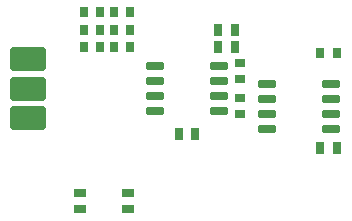
<source format=gbp>
G04*
G04 #@! TF.GenerationSoftware,Altium Limited,Altium Designer,23.3.1 (30)*
G04*
G04 Layer_Color=128*
%FSLAX43Y43*%
%MOMM*%
G71*
G04*
G04 #@! TF.SameCoordinates,9844E55F-96F2-4D63-9416-53F8DD85CCA4*
G04*
G04*
G04 #@! TF.FilePolarity,Positive*
G04*
G01*
G75*
G04:AMPARAMS|DCode=15|XSize=0.7mm|YSize=0.9mm|CornerRadius=0.07mm|HoleSize=0mm|Usage=FLASHONLY|Rotation=0.000|XOffset=0mm|YOffset=0mm|HoleType=Round|Shape=RoundedRectangle|*
%AMROUNDEDRECTD15*
21,1,0.700,0.760,0,0,0.0*
21,1,0.560,0.900,0,0,0.0*
1,1,0.140,0.280,-0.380*
1,1,0.140,-0.280,-0.380*
1,1,0.140,-0.280,0.380*
1,1,0.140,0.280,0.380*
%
%ADD15ROUNDEDRECTD15*%
G04:AMPARAMS|DCode=21|XSize=2mm|YSize=3mm|CornerRadius=0.2mm|HoleSize=0mm|Usage=FLASHONLY|Rotation=90.000|XOffset=0mm|YOffset=0mm|HoleType=Round|Shape=RoundedRectangle|*
%AMROUNDEDRECTD21*
21,1,2.000,2.600,0,0,90.0*
21,1,1.600,3.000,0,0,90.0*
1,1,0.400,1.300,0.800*
1,1,0.400,1.300,-0.800*
1,1,0.400,-1.300,-0.800*
1,1,0.400,-1.300,0.800*
%
%ADD21ROUNDEDRECTD21*%
G04:AMPARAMS|DCode=23|XSize=0.75mm|YSize=0.96mm|CornerRadius=0.075mm|HoleSize=0mm|Usage=FLASHONLY|Rotation=180.000|XOffset=0mm|YOffset=0mm|HoleType=Round|Shape=RoundedRectangle|*
%AMROUNDEDRECTD23*
21,1,0.750,0.810,0,0,180.0*
21,1,0.600,0.960,0,0,180.0*
1,1,0.150,-0.300,0.405*
1,1,0.150,0.300,0.405*
1,1,0.150,0.300,-0.405*
1,1,0.150,-0.300,-0.405*
%
%ADD23ROUNDEDRECTD23*%
G04:AMPARAMS|DCode=55|XSize=0.6mm|YSize=1.5mm|CornerRadius=0.06mm|HoleSize=0mm|Usage=FLASHONLY|Rotation=270.000|XOffset=0mm|YOffset=0mm|HoleType=Round|Shape=RoundedRectangle|*
%AMROUNDEDRECTD55*
21,1,0.600,1.380,0,0,270.0*
21,1,0.480,1.500,0,0,270.0*
1,1,0.120,-0.690,-0.240*
1,1,0.120,-0.690,0.240*
1,1,0.120,0.690,0.240*
1,1,0.120,0.690,-0.240*
%
%ADD55ROUNDEDRECTD55*%
G04:AMPARAMS|DCode=56|XSize=0.7mm|YSize=0.9mm|CornerRadius=0.07mm|HoleSize=0mm|Usage=FLASHONLY|Rotation=90.000|XOffset=0mm|YOffset=0mm|HoleType=Round|Shape=RoundedRectangle|*
%AMROUNDEDRECTD56*
21,1,0.700,0.760,0,0,90.0*
21,1,0.560,0.900,0,0,90.0*
1,1,0.140,0.380,0.280*
1,1,0.140,0.380,-0.280*
1,1,0.140,-0.380,-0.280*
1,1,0.140,-0.380,0.280*
%
%ADD56ROUNDEDRECTD56*%
G04:AMPARAMS|DCode=57|XSize=0.75mm|YSize=0.96mm|CornerRadius=0.075mm|HoleSize=0mm|Usage=FLASHONLY|Rotation=90.000|XOffset=0mm|YOffset=0mm|HoleType=Round|Shape=RoundedRectangle|*
%AMROUNDEDRECTD57*
21,1,0.750,0.810,0,0,90.0*
21,1,0.600,0.960,0,0,90.0*
1,1,0.150,0.405,0.300*
1,1,0.150,0.405,-0.300*
1,1,0.150,-0.405,-0.300*
1,1,0.150,-0.405,0.300*
%
%ADD57ROUNDEDRECTD57*%
D15*
X12685Y3000D02*
D03*
X11315D02*
D03*
X-6185Y5000D02*
D03*
X-4815D02*
D03*
X-6185Y3500D02*
D03*
X-4815Y3500D02*
D03*
X-8685Y6500D02*
D03*
X-7315D02*
D03*
X-8685Y5000D02*
D03*
X-7315D02*
D03*
X-8685Y3500D02*
D03*
X-7315D02*
D03*
X-6185Y6500D02*
D03*
X-4815D02*
D03*
D21*
X-13405Y2500D02*
D03*
X-13405Y0D02*
D03*
X-13405Y-2500D02*
D03*
D23*
X4054Y3500D02*
D03*
X2654D02*
D03*
X4054Y5000D02*
D03*
X2654D02*
D03*
X12700Y-5000D02*
D03*
X11300D02*
D03*
X700Y-3810D02*
D03*
X-700D02*
D03*
D55*
X6800Y-3405D02*
D03*
Y-2135D02*
D03*
Y-865D02*
D03*
Y405D02*
D03*
X12200Y-3405D02*
D03*
Y-2135D02*
D03*
Y-865D02*
D03*
Y405D02*
D03*
X-2700Y-1905D02*
D03*
Y-635D02*
D03*
Y635D02*
D03*
Y1905D02*
D03*
X2700Y-1905D02*
D03*
Y-635D02*
D03*
Y635D02*
D03*
Y1905D02*
D03*
D56*
X4500Y815D02*
D03*
Y2185D02*
D03*
Y-815D02*
D03*
Y-2185D02*
D03*
D57*
X-5000Y-10200D02*
D03*
Y-8800D02*
D03*
X-9000Y-10200D02*
D03*
X-9000Y-8800D02*
D03*
M02*

</source>
